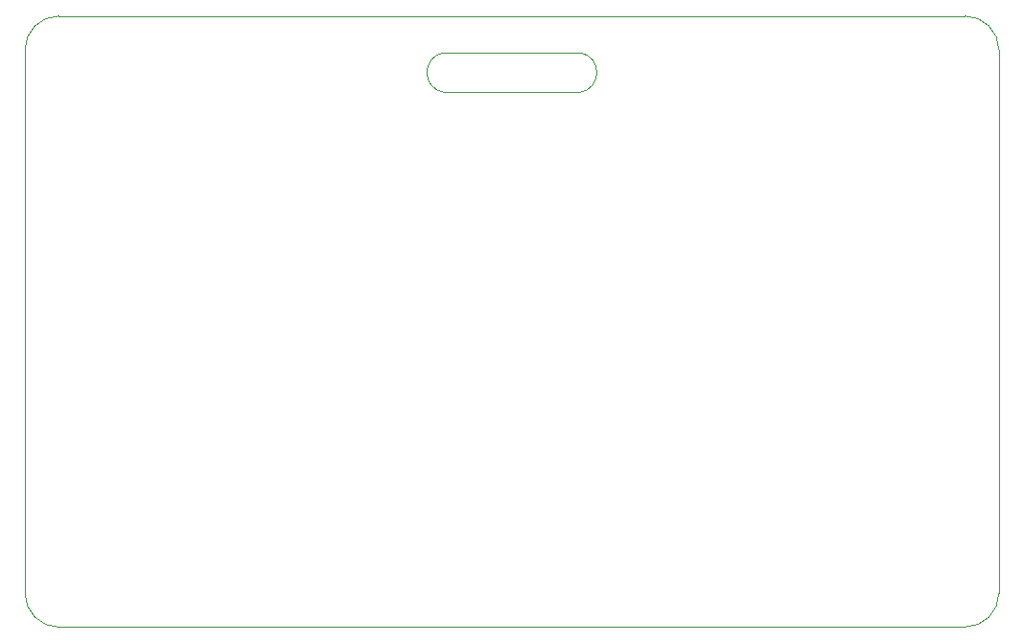
<source format=gbr>
G04 DipTrace 3.3.1.3*
G04 badge-BoardOutline.gbr*
%MOMM*%
G04 #@! TF.FileFunction,Profile*
G04 #@! TF.Part,Single*
%ADD11C,0.1*%
%FSLAX35Y35*%
G04*
G71*
G90*
G75*
G01*
G04 BoardOutline*
%LPD*%
X300000Y0D2*
D11*
X8300000D1*
G03X8600000Y300000I4J299996D01*
G01*
Y5100000D1*
G03X8300000Y5400000I-299996J4D01*
G01*
X300000D1*
G03X0Y5100000I-4J-299996D01*
G01*
Y300000D1*
G03X300000Y0I299996J-4D01*
G01*
X3700000Y5075000D2*
X4900000D1*
X3700000Y4725000D2*
X4900000D1*
X3700000Y5075000D2*
G03X3700000Y4725000I27083J-175000D01*
G01*
X4900000Y5075000D2*
G02X4900000Y4725000I-27083J-175000D01*
G01*
M02*

</source>
